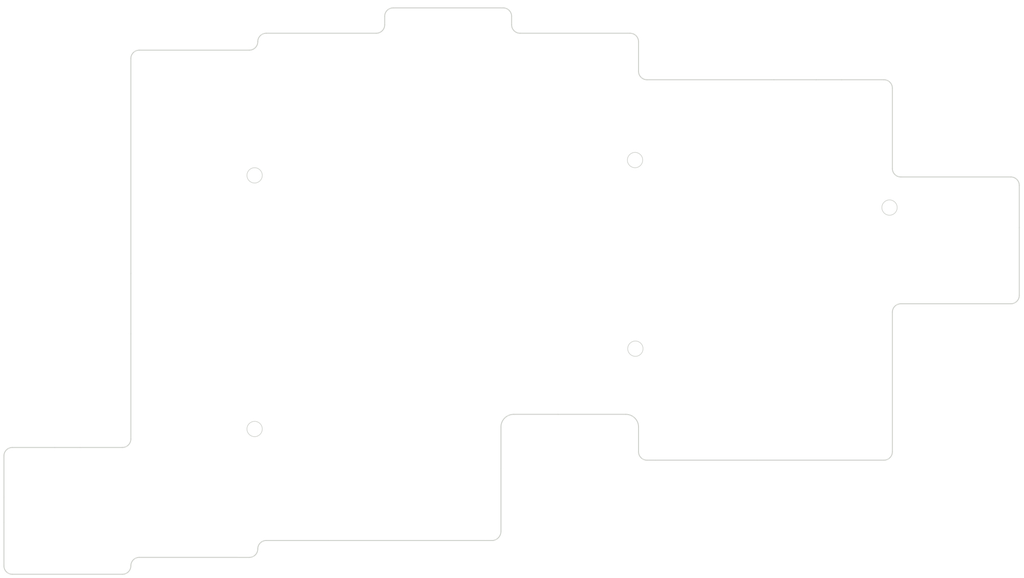
<source format=kicad_pcb>
(kicad_pcb (version 20211014) (generator pcbnew)
  (layers (0 "F.Cu" signal) (31 "B.Cu" signal) (34 "B.Paste" user) (35 "F.Paste" user) (36 "B.SilkS" user "B.Silkscreen") (37 "F.SilkS" user "F.Silkscreen") (38 "B.Mask" user) (39 "F.Mask" user) (44 "Edge.Cuts" user))
  (net 0 "")
  (net 1 "GND")
  (footprint "kbd:M2_Hole_Edge_Cut" (layer "F.Cu") (at 59.85 101.995)
    (fp_text reference "HM3")
    (fp_text value "CaseHole")
    (fp_circle (center 0 0) (end 1.15 0) (layer "Edge.Cuts") (width 0.1) (fill none))
  )
  (footprint "kbd:M2_Hole_Edge_Cut" (layer "F.Cu") (at 155.145948 68.730959)
    (fp_text reference "HM5")
    (fp_text value "CaseHole")
    (fp_circle (center 0 0) (end 1.15 0) (layer "Edge.Cuts") (width 0.1) (fill none))
  )
  (footprint "kbd:M2_Hole_Edge_Cut" (layer "F.Cu") (at 116.95 61.595)
    (fp_text reference "HM2")
    (fp_text value "CaseHole")
    (fp_circle (center 0 0) (end 1.15 0) (layer "Edge.Cuts") (width 0.1) (fill none))
  )
  (footprint "kbd:M2_Hole_Edge_Cut" (layer "F.Cu") (at 117 89.93)
    (fp_text reference "HM4")
    (fp_text value "CaseHole")
    (fp_circle (center 0 0) (end 1.15 0) (layer "Edge.Cuts") (width 0.1) (fill none))
  )
  (footprint "kbd:M2_Hole_Edge_Cut" (layer "F.Cu") (at 59.85 63.895)
    (fp_text reference "HM1")
    (fp_text value "CaseHole")
    (fp_circle (center 0 0) (end 1.15 0) (layer "Edge.Cuts") (width 0.1) (fill none))
  )
  (gr_arc (start 97.155 38.735) (mid 98.053026 39.106974) (end 98.425 40.005) (layer "Edge.Cuts") (width 0.15))
  (gr_arc (start 99.695 42.545) (mid 98.796974 42.173026) (end 98.425 41.275) (layer "Edge.Cuts") (width 0.15))
  (gr_arc (start 116.205 42.545) (mid 117.103026 42.916974) (end 117.475 43.815) (layer "Edge.Cuts") (width 0.15))
  (gr_arc (start 118.745 49.53) (mid 117.846974 49.158026) (end 117.475 48.26) (layer "Edge.Cuts") (width 0.15))
  (gr_arc (start 118.745 106.68) (mid 117.846974 106.308026) (end 117.475 105.41) (layer "Edge.Cuts") (width 0.15))
  (gr_arc (start 174.625 81.915) (mid 174.253026 82.813026) (end 173.355 83.185) (layer "Edge.Cuts") (width 0.15))
  (gr_arc (start 173.355 64.135) (mid 174.253026 64.506974) (end 174.625 65.405) (layer "Edge.Cuts") (width 0.15))
  (gr_arc (start 154.305 49.53) (mid 155.203026 49.901974) (end 155.575 50.8) (layer "Edge.Cuts") (width 0.15))
  (gr_arc (start 41.275 122.55) (mid 40.903026 123.448026) (end 40.005 123.82) (layer "Edge.Cuts") (width 0.15))
  (gr_arc (start 155.575 105.41) (mid 155.203026 106.308026) (end 154.305 106.68) (layer "Edge.Cuts") (width 0.15))
  (gr_arc (start 60.325 120.015) (mid 59.953026 120.913026) (end 59.055 121.285) (layer "Edge.Cuts") (width 0.15))
  (gr_arc (start 60.325 120.015) (mid 60.696974 119.116974) (end 61.595 118.745) (layer "Edge.Cuts") (width 0.15))
  (gr_arc (start 79.375 40.005) (mid 79.746974 39.106974) (end 80.645 38.735) (layer "Edge.Cuts") (width 0.15))
  (gr_arc (start 22.225 106.04) (mid 22.596974 105.141974) (end 23.495 104.77) (layer "Edge.Cuts") (width 0.15))
  (gr_arc (start 79.375 41.275) (mid 79.003026 42.173026) (end 78.105 42.545) (layer "Edge.Cuts") (width 0.15))
  (gr_line (start 120.015 106.68) (end 118.745 106.68) (layer "Edge.Cuts") (width 0.15))
  (gr_line (start 41.275 103.5) (end 41.275 87.695) (layer "Edge.Cuts") (width 0.15))
  (gr_line (start 155.575 84.455) (end 155.575 105.41) (layer "Edge.Cuts") (width 0.15))
  (gr_line (start 41.275 78.645) (end 41.275 46.355) (layer "Edge.Cuts") (width 0.15))
  (gr_line (start 22.225 106.04) (end 22.225 112.225) (layer "Edge.Cuts") (width 0.15))
  (gr_line (start 117.475 105.41) (end 117.475 101.7) (layer "Edge.Cuts") (width 0.15))
  (gr_line (start 70.965 118.745) (end 61.595 118.745) (layer "Edge.Cuts") (width 0.15))
  (gr_line (start 29.845 104.77) (end 23.495 104.77) (layer "Edge.Cuts") (width 0.15))
  (gr_arc (start 23.495 123.82) (mid 22.596974 123.448026) (end 22.225 122.55) (layer "Edge.Cuts") (width 0.15))
  (gr_line (start 29.845 104.77) (end 33.655 104.77) (layer "Edge.Cuts") (width 0.15))
  (gr_line (start 115.57 99.795) (end 105.41 99.795) (layer "Edge.Cuts") (width 0.15))
  (gr_line (start 94.365 118.745) (end 95.639113 118.745) (layer "Edge.Cuts") (width 0.15))
  (gr_line (start 99.695 42.545) (end 116.205 42.545) (layer "Edge.Cuts") (width 0.15))
  (gr_line (start 94.365 118.745) (end 70.965 118.745) (layer "Edge.Cuts") (width 0.15))
  (gr_line (start 156.845 83.185) (end 173.355 83.185) (layer "Edge.Cuts") (width 0.15))
  (gr_line (start 147.955 49.53) (end 154.305 49.53) (layer "Edge.Cuts") (width 0.15))
  (gr_line (start 41.275 87.695) (end 41.275 78.645) (layer "Edge.Cuts") (width 0.15))
  (gr_line (start 59.055 121.285) (end 42.545 121.28) (layer "Edge.Cuts") (width 0.15))
  (gr_line (start 105.41 99.795) (end 98.745 99.795) (layer "Edge.Cuts") (width 0.15))
  (gr_line (start 79.375 40.005) (end 79.375 41.275) (layer "Edge.Cuts") (width 0.15))
  (gr_line (start 59.055 45.085) (end 42.545 45.085) (layer "Edge.Cuts") (width 0.15))
  (gr_line (start 154.305 106.68) (end 135.255 106.68) (layer "Edge.Cuts") (width 0.15))
  (gr_arc (start 41.275 103.5) (mid 40.903026 104.398026) (end 40.005 104.77) (layer "Edge.Cuts") (width 0.15))
  (gr_line (start 96.825 107.965) (end 96.825 117.365) (layer "Edge.Cuts") (width 0.15))
  (gr_line (start 174.625 65.405) (end 174.625 71.755) (layer "Edge.Cuts") (width 0.15))
  (gr_arc (start 156.845 64.134974) (mid 155.946974 63.763) (end 155.575 62.864974) (layer "Edge.Cuts") (width 0.15))
  (gr_line (start 97.155 38.735) (end 80.645 38.735) (layer "Edge.Cuts") (width 0.15))
  (gr_arc (start 96.825 101.7) (mid 97.382962 100.352962) (end 98.73 99.795) (layer "Edge.Cuts") (width 0.15))
  (gr_arc (start 115.57 99.795) (mid 116.917038 100.352962) (end 117.475 101.7) (layer "Edge.Cuts") (width 0.15))
  (gr_line (start 117.475 43.815) (end 117.475 48.26) (layer "Edge.Cuts") (width 0.15))
  (gr_line (start 33.655 104.77) (end 40.005 104.77) (layer "Edge.Cuts") (width 0.15))
  (gr_line (start 174.625 81.915) (end 174.625 71.755) (layer "Edge.Cuts") (width 0.15))
  (gr_arc (start 96.825 117.365) (mid 96.4878 118.27477) (end 95.639113 118.745) (layer "Edge.Cuts") (width 0.15))
  (gr_line (start 22.225 116.025) (end 22.225 122.55) (layer "Edge.Cuts") (width 0.15))
  (gr_arc (start 41.275 122.55) (mid 41.646974 121.651974) (end 42.545 121.28) (layer "Edge.Cuts") (width 0.15))
  (gr_line (start 155.575 50.8) (end 155.575 62.864974) (layer "Edge.Cuts") (width 0.15))
  (gr_arc (start 60.325 43.815) (mid 60.696974 42.916974) (end 61.595 42.545) (layer "Edge.Cuts") (width 0.15))
  (gr_line (start 144.145 49.53) (end 137.795 49.53) (layer "Edge.Cuts") (width 0.15))
  (gr_line (start 22.225 116.025) (end 22.225 112.225) (layer "Edge.Cuts") (width 0.15))
  (gr_line (start 23.495 123.82) (end 40.005 123.82) (layer "Edge.Cuts") (width 0.15))
  (gr_line (start 156.845 64.134974) (end 173.355 64.135) (layer "Edge.Cuts") (width 0.15))
  (gr_line (start 135.255 106.68) (end 120.015 106.68) (layer "Edge.Cuts") (width 0.15))
  (gr_line (start 118.745 49.53) (end 137.795 49.53) (layer "Edge.Cuts") (width 0.15))
  (gr_line (start 96.825 101.7) (end 96.825 107.965) (layer "Edge.Cuts") (width 0.15))
  (gr_arc (start 155.575 84.455) (mid 155.946974 83.556974) (end 156.845 83.185) (layer "Edge.Cuts") (width 0.15))
  (gr_line (start 78.105 42.545) (end 61.595 42.545) (layer "Edge.Cuts") (width 0.15))
  (gr_line (start 98.425 40.005) (end 98.425 41.275) (layer "Edge.Cuts") (width 0.15))
  (gr_arc (start 60.325 43.815) (mid 59.953026 44.713026) (end 59.055 45.085) (layer "Edge.Cuts") (width 0.15))
  (gr_arc (start 41.275 46.355) (mid 41.646974 45.456974) (end 42.545 45.085) (layer "Edge.Cuts") (width 0.15))
  (gr_line (start 144.145 49.53) (end 147.955 49.53) (layer "Edge.Cuts") (width 0.15))
)
</source>
